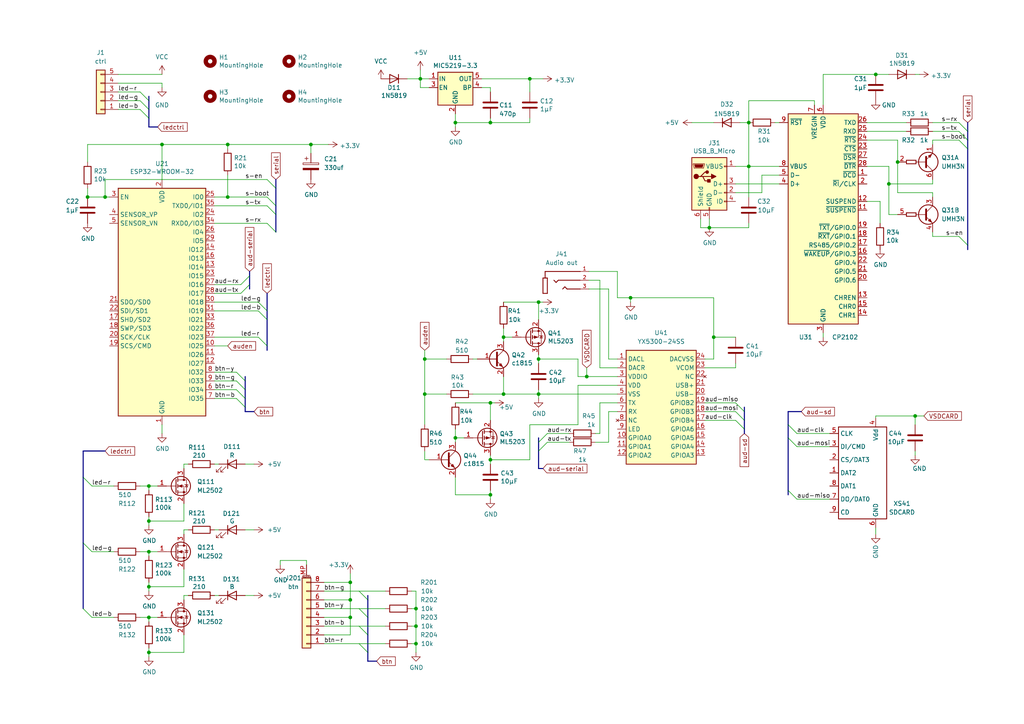
<source format=kicad_sch>
(kicad_sch (version 20230121) (generator eeschema)
  (paper "A4")
  (junction (at 43.18 160.02))
  (junction (at 260.35 46.99))
  (junction (at 101.6 173.99))
  (junction (at 257.81 53.34))
  (junction (at 30.48 57.15))
  (junction (at 120.65 176.53))
  (junction (at 217.17 35.56))
  (junction (at 156.21 104.14))
  (junction (at 123.19 114.3))
  (junction (at 254 21.59))
  (junction (at 121.92 22.86))
  (junction (at 43.18 151.13))
  (junction (at 265.43 120.65))
  (junction (at 25.4 57.15))
  (junction (at 101.6 168.91))
  (junction (at 132.08 35.56))
  (junction (at 46.99 41.91))
  (junction (at 123.19 104.14))
  (junction (at 156.21 114.3))
  (junction (at 182.88 86.36))
  (junction (at 120.65 181.61))
  (junction (at 153.67 22.86))
  (junction (at 207.01 97.79))
  (junction (at 170.18 109.22))
  (junction (at 142.24 143.51))
  (junction (at 146.05 114.3))
  (junction (at 205.74 66.04))
  (junction (at 217.17 48.26))
  (junction (at 43.18 179.07))
  (junction (at 132.08 127))
  (junction (at 142.24 35.56))
  (junction (at 66.04 57.15))
  (junction (at 90.17 41.91))
  (junction (at 43.18 170.18))
  (junction (at 146.05 97.79))
  (junction (at 43.18 140.97))
  (junction (at 142.24 116.84))
  (junction (at 101.6 179.07))
  (junction (at 156.21 87.63))
  (junction (at 120.65 186.69))
  (junction (at 43.18 189.23))
  (junction (at 142.24 133.35))
  (junction (at 66.04 41.91))
  (bus_entry (at 104.14 176.53) (size 2.54 2.54))
  (bus_entry (at 104.14 181.61) (size 2.54 2.54))
  (bus_entry (at 74.93 97.79) (size 2.54 2.54))
  (bus_entry (at 104.14 171.45) (size 2.54 2.54))
  (bus_entry (at 74.93 87.63) (size 2.54 2.54))
  (bus_entry (at 278.13 35.56) (size 2.54 2.54))
  (bus_entry (at 213.36 119.38) (size 2.54 2.54))
  (bus_entry (at 24.13 157.48) (size 2.54 2.54))
  (bus_entry (at 77.47 59.69) (size 2.54 2.54))
  (bus_entry (at 24.13 176.53) (size 2.54 2.54))
  (bus_entry (at 156.21 128.27) (size 2.54 -2.54))
  (bus_entry (at 69.85 85.09) (size 2.54 -2.54))
  (bus_entry (at 69.85 82.55) (size 2.54 -2.54))
  (bus_entry (at 68.58 110.49) (size 2.54 2.54))
  (bus_entry (at 278.13 68.58) (size 2.54 2.54))
  (bus_entry (at 74.93 90.17) (size 2.54 2.54))
  (bus_entry (at 77.47 57.15) (size 2.54 2.54))
  (bus_entry (at 77.47 52.07) (size 2.54 2.54))
  (bus_entry (at 40.64 26.67) (size 2.54 2.54))
  (bus_entry (at 156.21 130.81) (size 2.54 -2.54))
  (bus_entry (at 40.64 29.21) (size 2.54 2.54))
  (bus_entry (at 40.64 31.75) (size 2.54 2.54))
  (bus_entry (at 68.58 113.03) (size 2.54 2.54))
  (bus_entry (at 228.6 142.24) (size 2.54 2.54))
  (bus_entry (at 228.6 127) (size 2.54 2.54))
  (bus_entry (at 278.13 38.1) (size 2.54 2.54))
  (bus_entry (at 213.36 121.92) (size 2.54 2.54))
  (bus_entry (at 228.6 123.19) (size 2.54 2.54))
  (bus_entry (at 278.13 40.64) (size 2.54 2.54))
  (bus_entry (at 68.58 107.95) (size 2.54 2.54))
  (bus_entry (at 104.14 186.69) (size 2.54 2.54))
  (bus_entry (at 68.58 115.57) (size 2.54 2.54))
  (bus_entry (at 77.47 64.77) (size 2.54 2.54))
  (bus_entry (at 24.13 138.43) (size 2.54 2.54))
  (bus_entry (at 213.36 116.84) (size 2.54 2.54))
  (wire (pts (xy 26.67 179.07) (xy 33.02 179.07)))
  (wire (pts (xy 146.05 97.79) (xy 146.05 99.06)))
  (wire (pts (xy 254 121.285) (xy 254 120.65)))
  (wire (pts (xy 156.21 87.63) (xy 157.48 87.63)))
  (wire (pts (xy 25.4 46.99) (xy 25.4 41.91)))
  (wire (pts (xy 142.24 25.4) (xy 142.24 26.67)))
  (wire (pts (xy 173.99 106.68) (xy 179.07 106.68)))
  (wire (pts (xy 260.35 46.99) (xy 260.35 55.88)))
  (wire (pts (xy 104.14 186.69) (xy 111.76 186.69)))
  (wire (pts (xy 34.29 29.21) (xy 40.64 29.21)))
  (bus (pts (xy 280.67 40.64) (xy 280.67 43.18)))
  (wire (pts (xy 207.01 86.36) (xy 207.01 97.79)))
  (wire (pts (xy 66.04 41.91) (xy 90.17 41.91)))
  (wire (pts (xy 278.13 35.56) (xy 270.51 35.56)))
  (wire (pts (xy 119.38 186.69) (xy 120.65 186.69)))
  (wire (pts (xy 265.43 123.19) (xy 265.43 120.65)))
  (wire (pts (xy 46.99 41.91) (xy 66.04 41.91)))
  (wire (pts (xy 53.34 134.62) (xy 54.61 134.62)))
  (wire (pts (xy 101.6 168.91) (xy 101.6 166.37)))
  (wire (pts (xy 217.17 35.56) (xy 217.17 48.26)))
  (wire (pts (xy 137.16 114.3) (xy 146.05 114.3)))
  (wire (pts (xy 104.14 176.53) (xy 111.76 176.53)))
  (wire (pts (xy 26.67 140.97) (xy 33.02 140.97)))
  (wire (pts (xy 217.17 48.26) (xy 226.06 48.26)))
  (bus (pts (xy 156.21 130.81) (xy 156.21 135.89)))
  (wire (pts (xy 176.53 83.82) (xy 176.53 104.14)))
  (bus (pts (xy 80.01 52.07) (xy 80.01 54.61)))
  (wire (pts (xy 123.19 104.14) (xy 129.54 104.14)))
  (wire (pts (xy 255.27 58.42) (xy 255.27 64.77)))
  (wire (pts (xy 146.05 109.22) (xy 146.05 114.3)))
  (wire (pts (xy 257.81 62.23) (xy 260.35 62.23)))
  (wire (pts (xy 205.74 66.04) (xy 217.17 66.04)))
  (wire (pts (xy 142.24 132.08) (xy 142.24 133.35)))
  (wire (pts (xy 132.08 143.51) (xy 142.24 143.51)))
  (wire (pts (xy 265.43 21.59) (xy 266.7 21.59)))
  (wire (pts (xy 182.88 86.36) (xy 207.01 86.36)))
  (bus (pts (xy 71.12 119.38) (xy 73.66 119.38)))
  (wire (pts (xy 238.76 21.59) (xy 254 21.59)))
  (wire (pts (xy 270.51 68.58) (xy 270.51 67.31)))
  (wire (pts (xy 43.18 160.02) (xy 45.72 160.02)))
  (wire (pts (xy 46.99 125.73) (xy 46.99 123.19)))
  (wire (pts (xy 62.23 90.17) (xy 74.93 90.17)))
  (wire (pts (xy 156.21 104.14) (xy 156.21 105.41)))
  (bus (pts (xy 156.21 128.27) (xy 156.21 130.81)))
  (wire (pts (xy 62.23 153.67) (xy 63.5 153.67)))
  (wire (pts (xy 62.23 110.49) (xy 68.58 110.49)))
  (wire (pts (xy 121.92 22.86) (xy 121.92 25.4)))
  (wire (pts (xy 214.63 35.56) (xy 217.17 35.56)))
  (wire (pts (xy 30.48 57.15) (xy 30.48 52.07)))
  (wire (pts (xy 93.98 168.91) (xy 101.6 168.91)))
  (bus (pts (xy 80.01 59.69) (xy 80.01 62.23)))
  (wire (pts (xy 217.17 48.26) (xy 217.17 57.15)))
  (wire (pts (xy 40.64 179.07) (xy 43.18 179.07)))
  (wire (pts (xy 142.24 143.51) (xy 142.24 144.78)))
  (wire (pts (xy 43.18 140.97) (xy 43.18 142.24)))
  (wire (pts (xy 224.79 35.56) (xy 226.06 35.56)))
  (wire (pts (xy 43.18 179.07) (xy 43.18 180.34)))
  (wire (pts (xy 173.99 81.28) (xy 173.99 106.68)))
  (bus (pts (xy 72.39 80.01) (xy 72.39 82.55)))
  (wire (pts (xy 25.4 57.15) (xy 30.48 57.15)))
  (wire (pts (xy 203.2 66.04) (xy 205.74 66.04)))
  (wire (pts (xy 53.34 153.67) (xy 54.61 153.67)))
  (wire (pts (xy 34.29 26.67) (xy 40.64 26.67)))
  (wire (pts (xy 118.11 22.86) (xy 121.92 22.86)))
  (wire (pts (xy 153.67 22.86) (xy 157.48 22.86)))
  (bus (pts (xy 24.13 130.81) (xy 24.13 138.43)))
  (wire (pts (xy 81.28 163.83) (xy 81.28 162.56)))
  (wire (pts (xy 62.23 172.72) (xy 63.5 172.72)))
  (wire (pts (xy 43.18 151.13) (xy 53.34 151.13)))
  (bus (pts (xy 43.18 31.75) (xy 43.18 34.29)))
  (wire (pts (xy 40.64 160.02) (xy 43.18 160.02)))
  (wire (pts (xy 142.24 116.84) (xy 143.51 116.84)))
  (wire (pts (xy 121.92 25.4) (xy 124.46 25.4)))
  (bus (pts (xy 80.01 62.23) (xy 80.01 67.31)))
  (wire (pts (xy 43.18 151.13) (xy 43.18 152.4)))
  (wire (pts (xy 43.18 149.86) (xy 43.18 151.13)))
  (wire (pts (xy 251.46 48.26) (xy 257.81 48.26)))
  (wire (pts (xy 88.9 162.56) (xy 88.9 163.83)))
  (bus (pts (xy 71.12 110.49) (xy 71.12 113.03)))
  (wire (pts (xy 93.98 184.15) (xy 101.6 184.15)))
  (wire (pts (xy 170.815 81.28) (xy 173.99 81.28)))
  (wire (pts (xy 53.34 165.1) (xy 53.34 170.18)))
  (wire (pts (xy 121.92 20.32) (xy 121.92 22.86)))
  (wire (pts (xy 251.46 40.64) (xy 260.35 40.64)))
  (bus (pts (xy 215.9 119.38) (xy 215.9 121.92)))
  (wire (pts (xy 179.07 119.38) (xy 176.53 119.38)))
  (wire (pts (xy 71.12 172.72) (xy 73.66 172.72)))
  (wire (pts (xy 153.67 123.19) (xy 167.64 123.19)))
  (bus (pts (xy 77.47 90.17) (xy 77.47 92.71)))
  (bus (pts (xy 215.9 124.46) (xy 215.9 125.73)))
  (wire (pts (xy 62.23 59.69) (xy 77.47 59.69)))
  (wire (pts (xy 153.67 26.67) (xy 153.67 22.86)))
  (wire (pts (xy 132.08 33.02) (xy 132.08 35.56)))
  (wire (pts (xy 170.18 109.22) (xy 167.64 109.22)))
  (wire (pts (xy 231.14 129.54) (xy 240.665 129.54)))
  (wire (pts (xy 90.17 41.91) (xy 90.17 44.45)))
  (wire (pts (xy 270.51 68.58) (xy 278.13 68.58)))
  (wire (pts (xy 217.17 29.21) (xy 217.17 35.56)))
  (wire (pts (xy 53.34 146.05) (xy 53.34 151.13)))
  (bus (pts (xy 106.68 184.15) (xy 106.68 189.23)))
  (wire (pts (xy 43.18 140.97) (xy 45.72 140.97)))
  (wire (pts (xy 142.24 133.35) (xy 142.24 134.62)))
  (bus (pts (xy 280.67 35.56) (xy 280.67 38.1)))
  (wire (pts (xy 132.08 35.56) (xy 132.08 36.83)))
  (wire (pts (xy 123.19 101.6) (xy 123.19 104.14)))
  (wire (pts (xy 62.23 82.55) (xy 69.85 82.55)))
  (wire (pts (xy 170.815 78.74) (xy 179.07 78.74)))
  (wire (pts (xy 93.98 186.69) (xy 104.14 186.69)))
  (wire (pts (xy 62.23 97.79) (xy 74.93 97.79)))
  (wire (pts (xy 207.01 97.79) (xy 207.01 104.14)))
  (wire (pts (xy 153.67 133.35) (xy 153.67 123.19)))
  (wire (pts (xy 120.65 171.45) (xy 119.38 171.45)))
  (wire (pts (xy 53.34 172.72) (xy 54.61 172.72)))
  (wire (pts (xy 43.18 168.91) (xy 43.18 170.18)))
  (bus (pts (xy 71.12 109.22) (xy 71.12 110.49)))
  (wire (pts (xy 132.08 116.84) (xy 142.24 116.84)))
  (wire (pts (xy 204.47 119.38) (xy 213.36 119.38)))
  (wire (pts (xy 142.24 116.84) (xy 142.24 121.92)))
  (wire (pts (xy 205.74 63.5) (xy 205.74 66.04)))
  (bus (pts (xy 71.12 115.57) (xy 71.12 118.11)))
  (wire (pts (xy 257.81 53.34) (xy 257.81 62.23)))
  (wire (pts (xy 142.24 142.24) (xy 142.24 143.51)))
  (bus (pts (xy 280.67 43.18) (xy 280.67 71.12)))
  (wire (pts (xy 43.18 170.18) (xy 43.18 171.45)))
  (wire (pts (xy 132.08 124.46) (xy 132.08 127)))
  (wire (pts (xy 173.99 116.84) (xy 179.07 116.84)))
  (wire (pts (xy 71.12 134.62) (xy 73.66 134.62)))
  (wire (pts (xy 62.23 64.77) (xy 77.47 64.77)))
  (wire (pts (xy 104.14 181.61) (xy 111.76 181.61)))
  (wire (pts (xy 62.23 85.09) (xy 69.85 85.09)))
  (bus (pts (xy 215.9 118.11) (xy 215.9 119.38)))
  (bus (pts (xy 280.67 38.1) (xy 280.67 40.64)))
  (wire (pts (xy 101.6 173.99) (xy 101.6 168.91)))
  (wire (pts (xy 139.7 25.4) (xy 142.24 25.4)))
  (wire (pts (xy 81.28 162.56) (xy 88.9 162.56)))
  (wire (pts (xy 34.29 24.13) (xy 46.99 24.13)))
  (bus (pts (xy 106.68 179.07) (xy 106.68 184.15)))
  (wire (pts (xy 43.18 170.18) (xy 53.34 170.18)))
  (wire (pts (xy 34.29 21.59) (xy 46.99 21.59)))
  (wire (pts (xy 254 21.59) (xy 257.81 21.59)))
  (wire (pts (xy 121.92 22.86) (xy 124.46 22.86)))
  (wire (pts (xy 158.75 128.27) (xy 165.1 128.27)))
  (wire (pts (xy 176.53 104.14) (xy 179.07 104.14)))
  (bus (pts (xy 106.68 172.72) (xy 106.68 173.99)))
  (bus (pts (xy 77.47 100.33) (xy 77.47 101.6)))
  (wire (pts (xy 254 153.035) (xy 254 154.94)))
  (wire (pts (xy 62.23 100.33) (xy 66.04 100.33)))
  (wire (pts (xy 93.98 181.61) (xy 104.14 181.61)))
  (wire (pts (xy 182.88 86.36) (xy 182.88 87.63)))
  (wire (pts (xy 204.47 121.92) (xy 213.36 121.92)))
  (wire (pts (xy 93.98 173.99) (xy 101.6 173.99)))
  (wire (pts (xy 90.17 41.91) (xy 95.25 41.91)))
  (wire (pts (xy 120.65 189.23) (xy 120.65 186.69)))
  (wire (pts (xy 62.23 113.03) (xy 68.58 113.03)))
  (wire (pts (xy 204.47 116.84) (xy 213.36 116.84)))
  (wire (pts (xy 101.6 179.07) (xy 101.6 173.99)))
  (wire (pts (xy 46.99 52.07) (xy 46.99 41.91)))
  (wire (pts (xy 62.23 107.95) (xy 68.58 107.95)))
  (wire (pts (xy 123.19 114.3) (xy 123.19 123.19)))
  (bus (pts (xy 71.12 113.03) (xy 71.12 115.57)))
  (bus (pts (xy 228.6 119.38) (xy 228.6 123.19)))
  (wire (pts (xy 265.43 130.81) (xy 265.43 132.08)))
  (bus (pts (xy 106.68 191.77) (xy 109.22 191.77)))
  (wire (pts (xy 142.24 34.29) (xy 142.24 35.56)))
  (wire (pts (xy 123.19 130.81) (xy 123.19 133.35)))
  (wire (pts (xy 217.17 64.77) (xy 217.17 66.04)))
  (wire (pts (xy 53.34 184.15) (xy 53.34 189.23)))
  (wire (pts (xy 236.22 30.48) (xy 236.22 29.21)))
  (wire (pts (xy 132.08 35.56) (xy 142.24 35.56)))
  (wire (pts (xy 257.81 48.26) (xy 257.81 53.34)))
  (wire (pts (xy 71.12 153.67) (xy 73.66 153.67)))
  (wire (pts (xy 251.46 35.56) (xy 262.89 35.56)))
  (wire (pts (xy 270.51 52.07) (xy 270.51 53.34)))
  (wire (pts (xy 142.24 133.35) (xy 153.67 133.35)))
  (bus (pts (xy 228.6 142.24) (xy 228.6 143.51)))
  (wire (pts (xy 172.72 125.73) (xy 173.99 125.73)))
  (wire (pts (xy 123.19 114.3) (xy 129.54 114.3)))
  (wire (pts (xy 251.46 58.42) (xy 255.27 58.42)))
  (wire (pts (xy 123.19 104.14) (xy 123.19 114.3)))
  (wire (pts (xy 62.23 115.57) (xy 68.58 115.57)))
  (wire (pts (xy 30.48 57.15) (xy 31.75 57.15)))
  (bus (pts (xy 80.01 54.61) (xy 80.01 59.69)))
  (wire (pts (xy 213.36 105.41) (xy 213.36 106.68)))
  (wire (pts (xy 93.98 171.45) (xy 104.14 171.45)))
  (wire (pts (xy 132.08 138.43) (xy 132.08 143.51)))
  (wire (pts (xy 179.07 109.22) (xy 170.18 109.22)))
  (wire (pts (xy 142.24 35.56) (xy 153.67 35.56)))
  (wire (pts (xy 146.05 95.25) (xy 146.05 97.79)))
  (wire (pts (xy 119.38 181.61) (xy 120.65 181.61)))
  (wire (pts (xy 25.4 41.91) (xy 46.99 41.91)))
  (wire (pts (xy 254 120.65) (xy 265.43 120.65)))
  (wire (pts (xy 213.36 53.34) (xy 226.06 53.34)))
  (bus (pts (xy 232.41 119.38) (xy 228.6 119.38)))
  (wire (pts (xy 66.04 50.8) (xy 66.04 57.15)))
  (wire (pts (xy 139.7 22.86) (xy 153.67 22.86)))
  (wire (pts (xy 238.76 21.59) (xy 238.76 30.48)))
  (bus (pts (xy 24.13 157.48) (xy 24.13 176.53)))
  (wire (pts (xy 40.64 140.97) (xy 43.18 140.97)))
  (bus (pts (xy 43.18 36.83) (xy 45.72 36.83)))
  (wire (pts (xy 93.98 179.07) (xy 101.6 179.07)))
  (wire (pts (xy 251.46 38.1) (xy 262.89 38.1)))
  (wire (pts (xy 167.64 111.76) (xy 179.07 111.76)))
  (bus (pts (xy 77.47 85.09) (xy 77.47 90.17)))
  (wire (pts (xy 207.01 104.14) (xy 204.47 104.14)))
  (wire (pts (xy 270.51 40.64) (xy 278.13 40.64)))
  (wire (pts (xy 25.4 54.61) (xy 25.4 57.15)))
  (wire (pts (xy 146.05 87.63) (xy 156.21 87.63)))
  (wire (pts (xy 231.14 125.73) (xy 240.665 125.73)))
  (wire (pts (xy 62.23 87.63) (xy 74.93 87.63)))
  (wire (pts (xy 119.38 176.53) (xy 120.65 176.53)))
  (wire (pts (xy 200.66 35.56) (xy 207.01 35.56)))
  (bus (pts (xy 106.68 189.23) (xy 106.68 191.77)))
  (wire (pts (xy 156.21 114.3) (xy 179.07 114.3)))
  (wire (pts (xy 43.18 179.07) (xy 45.72 179.07)))
  (bus (pts (xy 228.6 123.19) (xy 228.6 127)))
  (wire (pts (xy 43.18 189.23) (xy 43.18 190.5)))
  (wire (pts (xy 43.18 187.96) (xy 43.18 189.23)))
  (bus (pts (xy 156.21 127) (xy 156.21 128.27)))
  (wire (pts (xy 220.98 50.8) (xy 220.98 55.88)))
  (bus (pts (xy 72.39 78.74) (xy 72.39 80.01)))
  (wire (pts (xy 43.18 189.23) (xy 53.34 189.23)))
  (wire (pts (xy 270.51 55.88) (xy 270.51 57.15)))
  (bus (pts (xy 71.12 118.11) (xy 71.12 119.38)))
  (wire (pts (xy 120.65 181.61) (xy 120.65 176.53)))
  (wire (pts (xy 213.36 106.68) (xy 204.47 106.68)))
  (wire (pts (xy 179.07 86.36) (xy 179.07 78.74)))
  (wire (pts (xy 167.64 109.22) (xy 167.64 104.14)))
  (wire (pts (xy 156.21 87.63) (xy 156.21 92.71)))
  (bus (pts (xy 43.18 34.29) (xy 43.18 36.83)))
  (wire (pts (xy 207.01 97.79) (xy 213.36 97.79)))
  (wire (pts (xy 26.67 160.02) (xy 33.02 160.02)))
  (wire (pts (xy 62.23 134.62) (xy 63.5 134.62)))
  (wire (pts (xy 93.98 176.53) (xy 104.14 176.53)))
  (wire (pts (xy 53.34 172.72) (xy 53.34 173.99)))
  (wire (pts (xy 170.18 106.68) (xy 170.18 109.22)))
  (wire (pts (xy 62.23 57.15) (xy 66.04 57.15)))
  (wire (pts (xy 172.72 128.27) (xy 176.53 128.27)))
  (bus (pts (xy 215.9 121.92) (xy 215.9 124.46)))
  (wire (pts (xy 123.19 133.35) (xy 124.46 133.35)))
  (wire (pts (xy 132.08 127) (xy 132.08 128.27)))
  (wire (pts (xy 34.29 31.75) (xy 40.64 31.75)))
  (wire (pts (xy 134.62 127) (xy 132.08 127)))
  (wire (pts (xy 257.81 53.34) (xy 270.51 53.34)))
  (wire (pts (xy 156.21 114.3) (xy 156.21 115.57)))
  (wire (pts (xy 236.22 29.21) (xy 217.17 29.21)))
  (wire (pts (xy 176.53 119.38) (xy 176.53 128.27)))
  (wire (pts (xy 104.14 171.45) (xy 111.76 171.45)))
  (wire (pts (xy 226.06 50.8) (xy 220.98 50.8)))
  (wire (pts (xy 203.2 63.5) (xy 203.2 66.04)))
  (wire (pts (xy 167.64 111.76) (xy 167.64 123.19)))
  (wire (pts (xy 270.51 38.1) (xy 278.13 38.1)))
  (wire (pts (xy 146.05 114.3) (xy 156.21 114.3)))
  (bus (pts (xy 30.48 130.81) (xy 24.13 130.81)))
  (wire (pts (xy 156.21 104.14) (xy 167.64 104.14)))
  (wire (pts (xy 153.67 35.56) (xy 153.67 34.29)))
  (wire (pts (xy 30.48 52.07) (xy 77.47 52.07)))
  (wire (pts (xy 260.35 40.64) (xy 260.35 46.99)))
  (wire (pts (xy 53.34 153.67) (xy 53.34 154.94)))
  (wire (pts (xy 66.04 41.91) (xy 66.04 43.18)))
  (wire (pts (xy 156.21 113.03) (xy 156.21 114.3)))
  (wire (pts (xy 137.16 104.14) (xy 138.43 104.14)))
  (wire (pts (xy 148.59 97.79) (xy 146.05 97.79)))
  (wire (pts (xy 101.6 184.15) (xy 101.6 179.07)))
  (wire (pts (xy 231.14 144.78) (xy 240.665 144.78)))
  (wire (pts (xy 156.21 102.87) (xy 156.21 104.14)))
  (wire (pts (xy 213.36 55.88) (xy 220.98 55.88)))
  (bus (pts (xy 24.13 138.43) (xy 24.13 157.48)))
  (bus (pts (xy 157.48 135.89) (xy 156.21 135.89)))
  (wire (pts (xy 270.51 41.91) (xy 270.51 40.64)))
  (bus (pts (xy 77.47 92.71) (xy 77.47 100.33)))
  (wire (pts (xy 46.99 24.13) (xy 46.99 25.4)))
  (bus (pts (xy 72.39 82.55) (xy 72.39 83.82)))
  (wire (pts (xy 77.47 57.15) (xy 66.04 57.15)))
  (wire (pts (xy 53.34 134.62) (xy 53.34 135.89)))
  (bus (pts (xy 43.18 29.21) (xy 43.18 31.75)))
  (wire (pts (xy 238.76 96.52) (xy 238.76 97.79)))
  (wire (pts (xy 265.43 120.65) (xy 267.97 120.65)))
  (wire (pts (xy 120.65 186.69) (xy 120.65 181.61)))
  (wire (pts (xy 173.99 125.73) (xy 173.99 116.84)))
  (wire (pts (xy 158.75 125.73) (xy 165.1 125.73)))
  (bus (pts (xy 228.6 127) (xy 228.6 142.24)))
  (wire (pts (xy 43.18 160.02) (xy 43.18 161.29)))
  (wire (pts (xy 213.36 48.26) (xy 217.17 48.26)))
  (wire (pts (xy 179.07 86.36) (xy 182.88 86.36)))
  (wire (pts (xy 120.65 176.53) (xy 120.65 171.45)))
  (bus (pts (xy 106.68 173.99) (xy 106.68 179.07)))
  (bus (pts (xy 43.18 27.94) (xy 43.18 29.21)))
  (wire (pts (xy 260.35 55.88) (xy 270.51 55.88)))
  (bus (pts (xy 280.67 71.12) (xy 280.67 72.39)))
  (wire (pts (xy 170.815 83.82) (xy 176.53 83.82)))
  (label "led-g" (at 69.85 87.63 0))
  (label "aud-miso" (at 231.14 144.78 0))
  (label "aud-clk" (at 231.14 125.73 0))
  (label "s-tx" (at 273.05 38.1 0))
  (label "led-r" (at 69.85 97.79 0))
  (label "led-b" (at 26.67 179.07 0))
  (label "led-b" (at 69.85 90.17 0))
  (label "s-boot" (at 71.12 57.15 0))
  (label "aud-tx" (at 158.75 128.27 0))
  (label "aud-mosi" (at 231.14 129.54 0))
  (label "aud-miso" (at 204.47 116.84 0))
  (label "led-g" (at 34.29 29.21 0))
  (label "s-en" (at 71.12 52.07 0))
  (label "btn-y" (at 62.23 107.95 0))
  (label "aud-mosi" (at 204.47 119.38 0))
  (label "btn-y" (at 93.98 176.53 0))
  (label "s-rx" (at 273.05 35.56 0))
  (label "s-tx" (at 71.12 59.69 0))
  (label "aud-rx" (at 158.75 125.73 0))
  (label "aud-clk" (at 204.47 121.92 0))
  (label "aud-rx" (at 62.23 82.55 0))
  (label "btn-g" (at 62.23 110.49 0))
  (label "s-en" (at 274.32 68.58 0))
  (label "led-b" (at 34.29 31.75 0))
  (label "led-g" (at 26.67 160.02 0))
  (label "led-r" (at 34.29 26.67 0))
  (label "btn-b" (at 93.98 181.61 0))
  (label "btn-r" (at 93.98 186.69 0))
  (label "btn-r" (at 62.23 113.03 0))
  (label "aud-tx" (at 62.23 85.09 0))
  (label "btn-g" (at 93.98 171.45 0))
  (label "s-rx" (at 71.12 64.77 0))
  (label "s-boot" (at 273.05 40.64 0))
  (label "btn-b" (at 62.23 115.57 0))
  (label "led-r" (at 26.67 140.97 0))
  (global_label "aud-sd" (shape input) (at 232.41 119.38 0) (property "Intersheetrefs" "${INTERSHEET_REFS}" (effects hide)))
  (global_label "aud-serial" (shape input) (at 72.39 78.74 90) (property "Intersheetrefs" "${INTERSHEET_REFS}" (effects hide)))
  (global_label "auden" (shape input) (at 66.04 100.33 0) (property "Intersheetrefs" "${INTERSHEET_REFS}" (effects hide)))
  (global_label "serial" (shape input) (at 280.67 35.56 90) (property "Intersheetrefs" "${INTERSHEET_REFS}" (effects hide)))
  (global_label "VSDCARD" (shape input) (at 267.97 120.65 0) (property "Intersheetrefs" "${INTERSHEET_REFS}" (effects hide)))
  (global_label "aud-serial" (shape input) (at 157.48 135.89 0) (property "Intersheetrefs" "${INTERSHEET_REFS}" (effects hide)))
  (global_label "VSDCARD" (shape input) (at 170.18 106.68 90) (property "Intersheetrefs" "${INTERSHEET_REFS}" (effects hide)))
  (global_label "ledctrl" (shape input) (at 77.47 85.09 90) (property "Intersheetrefs" "${INTERSHEET_REFS}" (effects hide)))
  (global_label "auden" (shape input) (at 123.19 101.6 90) (property "Intersheetrefs" "${INTERSHEET_REFS}" (effects hide)))
  (global_label "aud-sd" (shape input) (at 215.9 125.73 270) (property "Intersheetrefs" "${INTERSHEET_REFS}" (effects hide)))
  (global_label "ledctrl" (shape input) (at 30.48 130.81 0) (property "Intersheetrefs" "${INTERSHEET_REFS}" (effects hide)))
  (global_label "serial" (shape input) (at 80.01 52.07 90) (property "Intersheetrefs" "${INTERSHEET_REFS}" (effects hide)))
  (global_label "ledctrl" (shape input) (at 45.72 36.83 0) (property "Intersheetrefs" "${INTERSHEET_REFS}" (effects hide)))
  (global_label "btn" (shape input) (at 73.66 119.38 0) (property "Intersheetrefs" "${INTERSHEET_REFS}" (effects hide)))
  (global_label "btn" (shape input) (at 109.22 191.77 0) (property "Intersheetrefs" "${INTERSHEET_REFS}" (effects hide)))
  (symbol (lib_id "Device:Q_NPN_BEC") (at 143.51 104.14 0) (unit 1)
    (property "Reference" "Q42" (at 148.3614 102.9716 0) (effects (justify left)))
    (property "Value" "c1815" (at 148.3614 105.283 0) (effects (justify left)))
    (property "Footprint" "Package_TO_SOT_SMD:SOT-23" (effects hide))
  )
  (symbol (lib_id "power:GND") (at 156.21 115.57 0) (unit 1)
    (property "Reference" "#PWR0118" (effects hide))
    (property "Value" "GND" (at 156.337 119.9642 0))
  )
  (symbol (lib_id "Device:Q_NMOS_GSD") (at 50.8 160.02 0) (unit 1)
    (property "Reference" "Q121" (at 57.15 158.75 0) (effects (justify left)))
    (property "Value" "ML2502" (at 57.15 161.29 0) (effects (justify left)))
    (property "Footprint" "Package_TO_SOT_SMD:SOT-23" (effects hide))
  )
  (symbol (lib_id "Device:R") (at 36.83 179.07 270) (unit 1)
    (property "Reference" "R132" (at 34.29 184.15 90) (effects (justify left)))
    (property "Value" "510" (at 34.29 181.61 90) (effects (justify left)))
    (property "Footprint" "Resistor_SMD:R_0805_2012Metric" (effects hide))
  )
  (symbol (lib_id "Device:R") (at 115.57 186.69 90) (unit 1)
    (property "Reference" "R204" (at 127 184.15 90) (effects (justify left)))
    (property "Value" "10k" (at 125.73 186.69 90) (effects (justify left)))
    (property "Footprint" "Resistor_SMD:R_0805_2012Metric" (effects hide))
  )
  (symbol (lib_id "Device:D") (at 210.82 35.56 0) (unit 1)
    (property "Reference" "D32" (at 210.82 30.2514 0))
    (property "Value" "1N5819" (at 210.82 33.02 0))
    (property "Footprint" "Diode_SMD:D_SOD-323" (effects hide))
  )
  (symbol (lib_id "Device:C") (at 156.21 109.22 0) (unit 1)
    (property "Reference" "C42" (at 159.131 108.0516 0) (effects (justify left)))
    (property "Value" "10μF" (at 159.131 110.363 0) (effects (justify left)))
    (property "Footprint" "Capacitor_SMD:C_0805_2012Metric" (effects hide))
  )
  (symbol (lib_id "power:VCC") (at 46.99 21.59 0) (unit 1)
    (property "Reference" "#PWR0103" (effects hide))
    (property "Value" "VCC" (at 46.99 16.51 0))
  )
  (symbol (lib_id "Transistor_BJT:UMH3N") (at 265.43 46.99 0) (mirror x) (unit 1)
    (property "Reference" "Q31" (at 273.05 45.72 0) (effects (justify left)))
    (property "Value" "UMH3N" (at 273.05 48.26 0) (effects (justify left)))
    (property "Footprint" "Package_TO_SOT_SMD:SOT-363_SC-70-6" (effects hide))
    (property "Datasheet" "http://rohmfs.rohm.com/en/products/databook/datasheet/discrete/transistor/digital/emh3t2r-e.pdf" (effects hide))
  )
  (symbol (lib_id "YX5300:YX5300-24SS") (at 191.77 118.11 0) (unit 1)
    (property "Reference" "U41" (at 191.77 96.52 0))
    (property "Value" "YX5300-24SS" (at 191.77 99.06 0))
    (property "Footprint" "Package_SO:SSOP-24_3.9x8.7mm_P0.635mm" (effects hide))
    (property "Datasheet" "http://www.x-powers.com/en.php/Info/product_detail/article_id/95" (effects hide))
  )
  (symbol (lib_id "power:GND") (at 120.65 189.23 0) (unit 1)
    (property "Reference" "#PWR0132" (effects hide))
    (property "Value" "GND" (at 120.777 193.6242 0))
  )
  (symbol (lib_id "power:GND") (at 81.28 163.83 0) (unit 1)
    (property "Reference" "#PWR042" (effects hide))
    (property "Value" "GND" (at 81.407 168.2242 0))
  )
  (symbol (lib_id "Device:C") (at 213.36 101.6 0) (unit 1)
    (property "Reference" "C41" (at 216.281 100.4316 0) (effects (justify left)))
    (property "Value" "10μF" (at 216.281 102.743 0) (effects (justify left)))
    (property "Footprint" "Capacitor_SMD:C_0805_2012Metric" (effects hide))
  )
  (symbol (lib_id "power:GND") (at 205.74 66.04 0) (unit 1)
    (property "Reference" "#PWR0110" (effects hide))
    (property "Value" "GND" (at 205.867 70.4342 0))
  )
  (symbol (lib_id "Device:R") (at 168.91 128.27 90) (unit 1)
    (property "Reference" "R47" (at 170.18 130.81 90) (effects (justify left)))
    (property "Value" "1k" (at 170.18 133.35 90) (effects (justify left)))
    (property "Footprint" "Resistor_SMD:R_0805_2012Metric" (effects hide))
  )
  (symbol (lib_id "power:+3.3V") (at 95.25 41.91 270) (unit 1)
    (property "Reference" "#PWR0107" (effects hide))
    (property "Value" "+3.3V" (at 98.5012 42.291 90) (effects (justify left)))
  )
  (symbol (lib_id "power:+3.3V") (at 157.48 87.63 270) (unit 1)
    (property "Reference" "#PWR045" (effects hide))
    (property "Value" "+3.3V" (at 156.21 90.17 90) (effects (justify left)))
  )
  (symbol (lib_id "Device:R") (at 58.42 172.72 90) (unit 1)
    (property "Reference" "R131" (at 59.69 167.8686 90) (effects (justify left)))
    (property "Value" "210" (at 59.69 170.18 90) (effects (justify left)))
    (property "Footprint" "Resistor_SMD:R_1206_3216Metric" (effects hide))
  )
  (symbol (lib_id "Device:D") (at 261.62 21.59 180) (unit 1)
    (property "Reference" "D31" (at 261.62 16.0782 0))
    (property "Value" "1N5819" (at 261.62 18.3896 0))
    (property "Footprint" "Diode_SMD:D_SOD-323" (effects hide))
  )
  (symbol (lib_id "Device:R") (at 133.35 114.3 90) (unit 1)
    (property "Reference" "R43" (at 134.62 109.4486 90) (effects (justify left)))
    (property "Value" "10k" (at 134.62 111.76 90) (effects (justify left)))
    (property "Footprint" "Resistor_SMD:R_0805_2012Metric" (effects hide))
  )
  (symbol (lib_id "power:GND") (at 255.27 72.39 0) (unit 1)
    (property "Reference" "#PWR0113" (effects hide))
    (property "Value" "GND" (at 255.397 76.7842 0))
  )
  (symbol (lib_id "microsd-ebay:SD_ebay-uSD-push/push_SMD") (at 250.19 137.16 0) (mirror y) (unit 1)
    (property "Reference" "XS41" (at 259.08 146.05 0) (effects (justify right)))
    (property "Value" "SDCARD" (at 257.81 148.59 0) (effects (justify right)))
    (property "Footprint" "microsd:Conn_uSDcard" (effects hide))
    (property "Datasheet" "_" (effects hide))
    (property "Manf#" "_" (effects hide))
    (property "Manf" "ebay" (effects hide))
  )
  (symbol (lib_id "Regulator_Linear:MIC5219-3.3YM5") (at 132.08 25.4 0) (unit 1)
    (property "Reference" "U11" (at 132.08 16.7132 0))
    (property "Value" "MIC5219-3.3" (at 132.08 19.0246 0))
    (property "Footprint" "Package_TO_SOT_SMD:SOT-23-5" (effects hide))
    (property "Datasheet" "http://ww1.microchip.com/downloads/en/DeviceDoc/MIC5219-500mA-Peak-Output-LDO-Regulator-DS20006021A.pdf" (effects hide))
  )
  (symbol (lib_id "Device:C") (at 25.4 60.96 0) (unit 1)
    (property "Reference" "C22" (at 19.05 58.42 0) (effects (justify left)))
    (property "Value" "1μF" (at 19.05 60.96 0) (effects (justify left)))
    (property "Footprint" "Capacitor_SMD:C_0805_2012Metric" (effects hide))
  )
  (symbol (lib_id "Connector:USB_B_Micro") (at 205.74 53.34 0) (unit 1)
    (property "Reference" "J31" (at 207.1878 41.4782 0))
    (property "Value" "USB_B_Micro" (at 207.1878 43.7896 0))
    (property "Footprint" "Connector_USB:USB_Micro-B_Molex-105017-0001" (effects hide))
  )
  (symbol (lib_id "Device:C") (at 265.43 127 0) (mirror y) (unit 1)
    (property "Reference" "C44" (at 261.62 125.73 0) (effects (justify left)))
    (property "Value" "10μF" (at 262.509 128.143 0) (effects (justify left)))
    (property "Footprint" "Capacitor_SMD:C_0805_2012Metric" (effects hide))
  )
  (symbol (lib_id "power:GND") (at 132.08 36.83 0) (unit 1)
    (property "Reference" "#PWR0115" (effects hide))
    (property "Value" "GND" (at 132.207 41.2242 0))
  )
  (symbol (lib_id "Device:C") (at 142.24 30.48 0) (unit 1)
    (property "Reference" "C11" (at 144.78 30.48 0) (effects (justify left)))
    (property "Value" "470p" (at 144.78 33.02 0) (effects (justify left)))
    (property "Footprint" "Capacitor_SMD:C_0805_2012Metric" (effects hide))
  )
  (symbol (lib_id "Device:C") (at 153.67 30.48 0) (unit 1)
    (property "Reference" "C12" (at 156.591 29.3116 0) (effects (justify left)))
    (property "Value" "1μF" (at 156.591 31.623 0) (effects (justify left)))
    (property "Footprint" "Capacitor_SMD:C_0805_2012Metric" (effects hide))
  )
  (symbol (lib_id "power:VCC") (at 110.49 22.86 0) (unit 1)
    (property "Reference" "#PWR0105" (effects hide))
    (property "Value" "VCC" (at 110.49 17.78 0))
  )
  (symbol (lib_id "power:GND") (at 265.43 132.08 0) (unit 1)
    (property "Reference" "#PWR0120" (effects hide))
    (property "Value" "GND" (at 266.7 135.89 0))
  )
  (symbol (lib_id "power:GND") (at 254 29.21 0) (unit 1)
    (property "Reference" "#PWR0114" (effects hide))
    (property "Value" "GND" (at 257.81 30.48 0))
  )
  (symbol (lib_id "Device:R") (at 115.57 176.53 90) (unit 1)
    (property "Reference" "R202" (at 127 173.99 90) (effects (justify left)))
    (property "Value" "10k" (at 125.73 176.53 90) (effects (justify left)))
    (property "Footprint" "Resistor_SMD:R_0805_2012Metric" (effects hide))
  )
  (symbol (lib_id "power:GND") (at 182.88 87.63 0) (unit 1)
    (property "Reference" "#PWR0204" (effects hide))
    (property "Value" "GND" (at 183.007 92.0242 0))
  )
  (symbol (lib_id "power:+3.3V") (at 101.6 166.37 0) (unit 1)
    (property "Reference" "#PWR0131" (effects hide))
    (property "Value" "+3.3V" (at 95.25 163.83 0) (effects (justify left)))
  )
  (symbol (lib_id "Device:R") (at 66.04 46.99 0) (unit 1)
    (property "Reference" "R21" (at 67.818 45.8216 0) (effects (justify left)))
    (property "Value" "10k" (at 67.818 48.133 0) (effects (justify left)))
    (property "Footprint" "Resistor_SMD:R_0805_2012Metric" (effects hide))
  )
  (symbol (lib_id "Device:LED") (at 67.31 172.72 0) (unit 1)
    (property "Reference" "D131" (at 67.1322 167.9956 0))
    (property "Value" "B" (at 67.31 170.18 0))
    (property "Footprint" "LED_THT:LED_D10.0mm" (effects hide))
  )
  (symbol (lib_id "power:+3.3V") (at 266.7 21.59 270) (unit 1)
    (property "Reference" "#PWR044" (effects hide))
    (property "Value" "+3.3V" (at 269.9512 21.971 90) (effects (justify left)))
  )
  (symbol (lib_id "Device:LED") (at 67.31 134.62 0) (unit 1)
    (property "Reference" "D111" (at 67.31 129.54 0))
    (property "Value" "R" (at 67.31 132.08 0))
    (property "Footprint" "LED_THT:LED_D10.0mm" (effects hide))
  )
  (symbol (lib_id "Device:R") (at 123.19 127 0) (unit 1)
    (property "Reference" "R46" (at 124.46 125.73 0) (effects (justify left)))
    (property "Value" "510" (at 124.46 128.27 0) (effects (justify left)))
    (property "Footprint" "Resistor_SMD:R_0805_2012Metric" (effects hide))
  )
  (symbol (lib_id "Device:Q_NMOS_GSD") (at 50.8 140.97 0) (unit 1)
    (property "Reference" "Q111" (at 57.15 139.7 0) (effects (justify left)))
    (property "Value" "ML2502" (at 57.15 142.24 0) (effects (justify left)))
    (property "Footprint" "Package_TO_SOT_SMD:SOT-23" (effects hide))
  )
  (symbol (lib_id "Device:C_Polarized") (at 90.17 48.26 0) (unit 1)
    (property "Reference" "C21" (at 93.98 46.101 0) (effects (justify left)))
    (property "Value" "330uf" (at 93.98 48.641 0) (effects (justify left)))
    (property "Footprint" "Capacitor_Tantalum_SMD:CP_EIA-7343-20_Kemet-V" (effects hide))
  )
  (symbol (lib_id "Device:R") (at 168.91 125.73 90) (unit 1)
    (property "Reference" "R45" (at 172.72 120.65 90) (effects (justify left)))
    (property "Value" "1k" (at 172.72 123.19 90) (effects (justify left)))
    (property "Footprint" "Resistor_SMD:R_0805_2012Metric" (effects hide))
  )
  (symbol (lib_id "Device:R") (at 43.18 146.05 0) (unit 1)
    (property "Reference" "R113" (at 44.958 144.8816 0) (effects (justify left)))
    (property "Value" "100k" (at 44.958 147.193 0) (effects (justify left)))
    (property "Footprint" "Resistor_SMD:R_0805_2012Metric" (effects hide))
  )
  (symbol (lib_id "power:GND") (at 46.99 125.73 0) (unit 1)
    (property "Reference" "#PWR0108" (effects hide))
    (property "Value" "GND" (at 47.117 130.1242 0))
  )
  (symbol (lib_id "RF_Module:ESP32-WROOM-32") (at 46.99 87.63 0) (unit 1)
    (property "Reference" "U21" (at 46.99 47.4726 0))
    (property "Value" "ESP32-WROOM-32" (at 46.99 49.784 0))
    (property "Footprint" "RF_Module:ESP32-WROOM-32" (effects hide))
    (property "Datasheet" "https://www.espressif.com/sites/default/files/documentation/esp32-wroom-32_datasheet_en.pdf" (effects hide))
  )
  (symbol (lib_id "Device:C") (at 217.17 60.96 180) (unit 1)
    (property "Reference" "C32" (at 223.52 58.42 0) (effects (justify left)))
    (property "Value" "10μF" (at 224.79 60.96 0) (effects (justify left)))
    (property "Footprint" "Capacitor_SMD:C_0805_2012Metric" (effects hide))
  )
  (symbol (lib_id "Device:R") (at 266.7 38.1 90) (unit 1)
    (property "Reference" "R32" (at 265.43 40.64 90) (effects (justify left)))
    (property "Value" "1k" (at 269.24 40.64 90) (effects (justify left)))
    (property "Footprint" "Resistor_SMD:R_0805_2012Metric" (effects hide))
  )
  (symbol (lib_id "Device:R") (at 58.42 153.67 90) (unit 1)
    (property "Reference" "R121" (at 59.69 148.8186 90) (effects (justify left)))
    (property "Value" "210" (at 59.69 151.13 90) (effects (justify left)))
    (property "Footprint" "Resistor_SMD:R_1206_3216Metric" (effects hide))
  )
  (symbol (lib_id "Device:R") (at 36.83 140.97 270) (unit 1)
    (property "Reference" "R112" (at 34.29 146.05 90) (effects (justify left)))
    (property "Value" "510" (at 34.29 143.51 90) (effects (justify left)))
    (property "Footprint" "Resistor_SMD:R_0805_2012Metric" (effects hide))
  )
  (symbol (lib_id "power:GND") (at 254 154.94 0) (unit 1)
    (property "Reference" "#PWR0119" (effects hide))
    (property "Value" "GND" (at 254 160.02 90))
  )
  (symbol (lib_id "Device:D") (at 114.3 22.86 180) (unit 1)
    (property "Reference" "D11" (at 114.3 25.4 0))
    (property "Value" "1N5819" (at 114.3 27.7114 0))
    (property "Footprint" "Diode_SMD:D_SOD-323" (effects hide))
  )
  (symbol (lib_id "Connector_Generic:Conn_01x05") (at 29.21 26.67 180) (unit 1)
    (property "Reference" "J1" (at 29.21 15.24 0))
    (property "Value" "ctrl" (at 29.21 17.78 0))
    (property "Footprint" "Connector_JST:JST_XH_S5B-XH-A_1x05_P2.50mm_Horizontal" (effects hide))
  )
  (symbol (lib_id "PJ-320B:PJ-320B") (at 163.195 81.28 0) (unit 1)
    (property "Reference" "J41" (at 162.8775 73.66 0))
    (property "Value" "Audio out" (at 162.8775 76.2 0))
    (property "Footprint" "PJ-320B:BOOMELE_PJ-320B" (effects hide))
    (property "MF" "Luoyang Dishang electronics" (effects hide))
    (property "MAXIMUM_PACKAGE_HEIGHT" "5mm" (effects hide))
    (property "Package" "Package" (effects hide))
    (property "Price" "None" (effects hide))
    (property "Check_prices" "https://www.snapeda.com/parts/PJ-320B/Luoyang+Dishang+electronics/view-part/?ref=eda" (effects hide))
    (property "STANDARD" "Manufacturer Recommendation" (effects hide))
    (property "SnapEDA_Link" "https://www.snapeda.com/parts/PJ-320B/Luoyang+Dishang+electronics/view-part/?ref=snap" (effects hide))
    (property "MP" "PJ-320B" (effects hide))
    (property "Description" "\nHeadphone jack\n" (effects hide))
    (property "Availability" "Not in stock" (effects hide))
    (property "MANUFACTURER" "Luoyang Dishang electronics" (effects hide))
  )
  (symbol (lib_id "Device:R") (at 115.57 171.45 90) (unit 1)
    (property "Reference" "R201" (at 127 168.91 90) (effects (justify left)))
    (property "Value" "10k" (at 125.73 171.45 90) (effects (justify left)))
    (property "Footprint" "Resistor_SMD:R_0805_2012Metric" (effects hide))
  )
  (symbol (lib_id "power:GND") (at 43.18 190.5 0) (unit 1)
    (property "Reference" "#PWR0122" (effects hide))
    (property "Value" "GND" (at 43.307 194.8942 0))
  )
  (symbol (lib_id "power:GND") (at 46.99 25.4 0) (unit 1)
    (property "Reference" "#PWR0104" (effects hide))
    (property "Value" "GND" (at 46.99 30.48 0))
  )
  (symbol (lib_id "Device:R") (at 36.83 160.02 270) (unit 1)
    (property "Reference" "R122" (at 34.29 165.1 90) (effects (justify left)))
    (property "Value" "510" (at 34.29 162.56 90) (effects (justify left)))
    (property "Footprint" "Resistor_SMD:R_0805_2012Metric" (effects hide))
  )
  (symbol (lib_id "Mechanical:MountingHole") (at 83.82 17.78 0) (unit 1)
    (property "Reference" "H2" (at 86.36 16.6116 0) (effects (justify left)))
    (property "Value" "MountingHole" (at 86.36 18.923 0) (effects (justify left)))
    (property "Footprint" "MountingHole:MountingHole_3.2mm_M3" (effects hide))
  )
  (symbol (lib_id "Device:R") (at 25.4 50.8 0) (unit 1)
    (property "Reference" "R23" (at 27.178 49.6316 0) (effects (justify left)))
    (property "Value" "10k" (at 27.178 51.943 0) (effects (justify left)))
    (property "Footprint" "Resistor_SMD:R_0805_2012Metric" (effects hide))
  )
  (symbol (lib_id "power:+3.3V") (at 157.48 22.86 270) (unit 1)
    (property "Reference" "#PWR043" (effects hide))
    (property "Value" "+3.3V" (at 160.7312 23.241 90) (effects (justify left)))
  )
  (symbol (lib_id "Device:R") (at 115.57 181.61 90) (unit 1)
    (property "Reference" "R203" (at 127 179.07 90) (effects (justify left)))
    (property "Value" "10k" (at 125.73 181.61 90) (effects (justify left)))
    (property "Footprint" "Resistor_SMD:R_0805_2012Metric" (effects hide))
  )
  (symbol (lib_id "Device:R") (at 133.35 104.14 90) (unit 1)
    (property "Reference" "R42" (at 135.89 99.06 90) (effects (justify left)))
    (property "Value" "510" (at 135.89 101.6 90) (effects (justify left)))
    (property "Footprint" "Resistor_SMD:R_0805_2012Metric" (effects hide))
  )
  (symbol (lib_id "Mechanical:MountingHole") (at 60.96 17.78 0) (unit 1)
    (property "Reference" "H1" (at 63.5 16.6116 0) (effects (justify left)))
    (property "Value" "MountingHole" (at 63.5 18.923 0) (effects (justify left)))
    (property "Footprint" "MountingHole:MountingHole_3.2mm_M3" (effects hide))
  )
  (symbol (lib_id "Mechanical:MountingHole") (at 60.96 27.94 0) (unit 1)
    (property "Reference" "H3" (at 63.5 26.7716 0) (effects (justify left)))
    (property "Value" "MountingHole" (at 63.5 29.083 0) (effects (justify left)))
    (property "Footprint" "MountingHole:MountingHole_3.2mm_M3" (effects hide))
  )
  (symbol (lib_id "Device:R") (at 266.7 35.56 90) (unit 1)
    (property "Reference" "R33" (at 265.43 33.02 90) (effects (justify left)))
    (property "Value" "1k" (at 269.24 33.02 90) (effects (justify left)))
    (property "Footprint" "Resistor_SMD:R_0805_2012Metric" (effects hide))
  )
  (symbol (lib_id "power:GND") (at 238.76 97.79 0) (unit 1)
    (property "Reference" "#PWR0109" (effects hide))
    (property "Value" "GND" (effects hide))
  )
  (symbol (lib_id "power:GND") (at 25.4 64.77 0) (unit 1)
    (property "Reference" "#PWR0101" (effects hide))
    (property "Value" "GND" (at 25.527 69.1642 0))
  )
  (symbol (lib_id "power:GND") (at 43.18 152.4 0) (unit 1)
    (property "Reference" "#PWR033" (effects hide))
    (property "Value" "GND" (at 43.307 156.7942 0))
  )
  (symbol (lib_id "Device:LED") (at 67.31 153.67 0) (unit 1)
    (property "Reference" "D121" (at 67.1322 148.9456 0))
    (property "Value" "G" (at 67.31 151.13 0))
    (property "Footprint" "LED_THT:LED_D10.0mm" (effects hide))
  )
  (symbol (lib_id "power:+5V") (at 143.51 116.84 270) (unit 1)
    (property "Reference" "#PWR041" (effects hide))
    (property "Value" "+5V" (at 144.78 118.11 90) (effects (justify left)))
  )
  (symbol (lib_id "Device:R") (at 255.27 68.58 0) (unit 1)
    (property "Reference" "R34" (at 257.048 67.4116 0) (effects (justify left)))
    (property "Value" "10k" (at 257.048 69.723 0) (effects (justify left)))
    (property "Footprint" "Resistor_SMD:R_0805_2012Metric" (effects hide))
  )
  (symbol (lib_id "Device:C") (at 254 25.4 0) (unit 1)
    (property "Reference" "C31" (at 247.65 22.86 0) (effects (justify left)))
    (property "Value" "1μF" (at 247.65 25.4 0) (effects (justify left)))
    (property "Footprint" "Capacitor_SMD:C_0805_2012Metric" (effects hide))
  )
  (symbol (lib_id "power:+5V") (at 200.66 35.56 90) (unit 1)
    (property "Reference" "#PWR0117" (effects hide))
    (property "Value" "+5V" (at 196.85 35.56 90) (effects (justify left)))
  )
  (symbol (lib_id "power:+5V") (at 73.66 172.72 270) (unit 1)
    (property "Reference" "#PWR0121" (effects hide))
    (property "Value" "+5V" (at 77.47 172.72 90) (effects (justify left)))
  )
  (symbol (lib_id "Device:R") (at 220.98 35.56 270) (unit 1)
    (property "Reference" "R31" (at 219.71 38.1 90) (effects (justify left)))
    (property "Value" "10k" (at 219.71 40.64 90) (effects (justify left)))
    (property "Footprint" "Resistor_SMD:R_0805_2012Metric" (effects hide))
  )
  (symbol (lib_id "Device:R") (at 43.18 165.1 0) (unit 1)
    (property "Reference" "R123" (at 44.958 163.9316 0) (effects (justify left)))
    (property "Value" "100k" (at 44.958 166.243 0) (effects (justify left)))
    (property "Footprint" "Resistor_SMD:R_0805_2012Metric" (effects hide))
  )
  (symbol (lib_id "Interface_USB:CP2102N-Axx-xQFN28") (at 238.76 63.5 0) (unit 1)
    (property "Reference" "U31" (at 233.68 97.79 0))
    (property "Value" "CP2102" (at 245.11 97.79 0))
    (property "Footprint" "Package_DFN_QFN:QFN-28-1EP_5x5mm_P0.5mm_EP3.35x3.35mm" (effects hide))
    (property "Datasheet" "https://www.silabs.com/documents/public/data-sheets/cp2102n-datasheet.pdf" (effects hide))
  )
  (symbol (lib_id "Connector_Generic_MountingPin:Conn_01x08_MountingPin") (at 88.9 179.07 180) (unit 1)
    (property "Reference" "J201" (at 85.09 167.64 0))
    (property "Value" "btn" (at 85.09 170.18 0))
    (property "Footprint" "Connector_Molex:Molex_PicoBlade_53398-0871_1x08-1MP_P1.25mm_Vertical" (effects hide))
  )
  (symbol (lib_id "power:+5V") (at 121.92 20.32 0) (unit 1)
    (property "Reference" "#PWR0106" (effects hide))
    (property "Value" "+5V" (at 121.92 15.24 0))
  )
  (symbol (lib_id "Device:R") (at 58.42 134.62 90) (unit 1)
    (property "Reference" "R111" (at 59.69 129.7686 90) (effects (justify left)))
    (property "Value" "210" (at 59.69 132.08 90) (effects (justify left)))
    (property "Footprint" "Resistor_SMD:R_1206_3216Metric" (effects hide))
  )
  (symbol (lib_id "Device:Q_PMOS_GSD") (at 153.67 97.79 0) (mirror x) (unit 1)
    (property "Reference" "Q41" (at 158.877 96.6216 0) (effects (justify left)))
    (property "Value" "ML5203" (at 158.877 98.933 0) (effects (justify left)))
    (property "Footprint" "Package_TO_SOT_SMD:SOT-23" (effects hide))
  )
  (symbol (lib_id "Device:R") (at 146.05 91.44 180) (unit 1)
    (property "Reference" "R41" (at 151.13 90.17 0) (effects (justify left)))
    (property "Value" "10k" (at 151.13 92.71 0) (effects (justify left)))
    (property "Footprint" "Resistor_SMD:R_0805_2012Metric" (effects hide))
  )
  (symbol (lib_id "Device:R") (at 43.18 184.15 0) (unit 1)
    (property "Reference" "R133" (at 44.958 182.9816 0) (effects (justify left)))
    (property "Value" "100k" (at 44.958 185.293 0) (effects (justify left)))
    (property "Footprint" "Resistor_SMD:R_0805_2012Metric" (effects hide))
  )
  (symbol (lib_id "power:+5V") (at 73.66 134.62 270) (unit 1)
    (property "Reference" "#PWR032" (effects hide))
    (property "Value" "+5V" (at 77.47 134.62 90) (effects (justify left)))
  )
  (symbol (lib_id "Transistor_BJT:UMH3N") (at 265.43 62.23 0) (unit 2)
    (property "Reference" "Q31" (at 273.05 60.96 0) (effects (justify left)))
    (property "Value" "UMH3N" (at 273.05 63.5 0) (effects (justify left)))
    (property "Footprint" "Package_TO_SOT_SMD:SOT-363_SC-70-6" (effects hide))
    (property "Datasheet" "http://rohmfs.rohm.com/en/products/databook/datasheet/discrete/transistor/digital/emh3t2r-e.pdf" (effects hide))
  )
  (symbol (lib_id "power:GND") (at 142.24 144.78 0) (unit 1)
    (property "Reference" "#PWR0203" (effects hide))
    (property "Value" "GND" (at 142.367 149.1742 0))
  )
  (symbol (lib_id "Device:Q_NPN_BEC") (at 129.54 133.35 0) (unit 1)
    (property "Reference" "Q44" (at 134.3914 132.1816 0) (effects (justify left)))
    (property "Value" "c1815" (at 134.3914 134.493 0) (effects (justify left)))
    (property "Footprint" "Package_TO_SOT_SMD:SOT-23" (effects hide))
  )
  (symbol (lib_id "power:+5V") (at 73.66 153.67 270) (unit 1)
    (property "Reference" "#PWR0111" (effects hide))
    (property "Value" "+5V" (at 77.47 153.67 90) (effects (justify left)))
  )
  (symbol (lib_id "power:GND") (at 90.17 52.07 0) (unit 1)
    (property "Reference" "#PWR0102" (effects hide))
    (property "Value" "GND" (at 90.297 56.4642 0))
  )
  (symbol (lib_id "Mechanical:MountingHole") (at 83.82 27.94 0) (unit 1)
    (property "Reference" "H4" (at 86.36 26.7716 0) (effects (justify left)))
    (property "Value" "MountingHole" (at 86.36 29.083 0) (effects (justify left)))
    (property "Footprint" "MountingHole:MountingHole_3.2mm_M3" (effects hide))
  )
  (symbol (lib_id "Device:Q_NMOS_GSD") (at 50.8 179.07 0) (unit 1)
    (property "Reference" "Q131" (at 57.15 177.8 0) (effects (justify left)))
    (property "Value" "ML2502" (at 57.15 180.34 0) (effects (justify left)))
    (property "Footprint" "Package_TO_SOT_SMD:SOT-23" (effects hide))
  )
  (symbol (lib_id "power:GND") (at 43.18 171.45 0) (unit 1)
    (property "Reference" "#PWR0112" (effects hide))
    (property "Value" "GND" (at 43.307 175.8442 0))
  )
  (symbol (lib_id "Device:R") (at 132.08 120.65 180) (unit 1)
    (property "Reference" "R44" (at 137.16 119.38 0) (effects (justify left)))
    (property "Value" "10k" (at 137.16 121.92 0) (effects (justify left)))
    (property "Footprint" "Resistor_SMD:R_0805_2012Metric" (effects hide))
  )
  (symbol (lib_id "Device:Q_PMOS_GSD") (at 139.7 127 0) (mirror x) (unit 1)
    (property "Reference" "Q43" (at 144.907 125.8316 0) (effects (justify left)))
    (property "Value" "ML5203" (at 144.907 128.143 0) (effects (justify left)))
    (property "Footprint" "Package_TO_SOT_SMD:SOT-23" (effects hide))
  )
  (symbol (lib_id "Device:C") (at 142.24 138.43 0) (unit 1)
    (property "Reference" "C43" (at 145.161 137.2616 0) (effects (justify left)))
    (property "Value" "10μF" (at 145.161 139.573 0) (effects (justify left)))
    (property "Footprint" "Capacitor_SMD:C_0805_2012Metric" (effects hide))
  )
)
</source>
